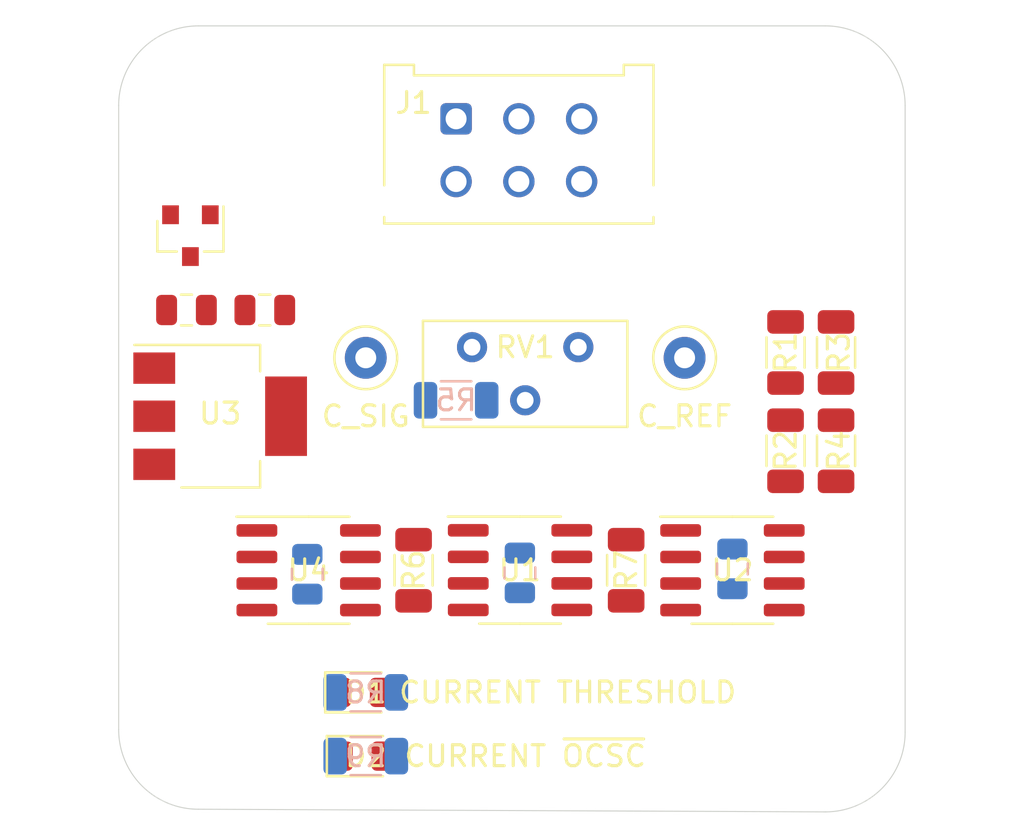
<source format=kicad_pcb>
(kicad_pcb (version 20171130) (host pcbnew "(5.1.6)-1")

  (general
    (thickness 1.6)
    (drawings 8)
    (tracks 0)
    (zones 0)
    (modules 29)
    (nets 16)
  )

  (page A4)
  (layers
    (0 F.Cu signal)
    (31 B.Cu signal)
    (32 B.Adhes user)
    (33 F.Adhes user)
    (34 B.Paste user)
    (35 F.Paste user)
    (36 B.SilkS user)
    (37 F.SilkS user)
    (38 B.Mask user)
    (39 F.Mask user)
    (40 Dwgs.User user)
    (41 Cmts.User user)
    (42 Eco1.User user)
    (43 Eco2.User user)
    (44 Edge.Cuts user)
    (45 Margin user)
    (46 B.CrtYd user)
    (47 F.CrtYd user)
    (48 B.Fab user)
    (49 F.Fab user)
  )

  (setup
    (last_trace_width 0.25)
    (trace_clearance 0.2)
    (zone_clearance 0.508)
    (zone_45_only no)
    (trace_min 0.2)
    (via_size 0.8)
    (via_drill 0.4)
    (via_min_size 0.4)
    (via_min_drill 0.3)
    (uvia_size 0.3)
    (uvia_drill 0.1)
    (uvias_allowed no)
    (uvia_min_size 0.2)
    (uvia_min_drill 0.1)
    (edge_width 0.05)
    (segment_width 0.2)
    (pcb_text_width 0.3)
    (pcb_text_size 1.5 1.5)
    (mod_edge_width 0.12)
    (mod_text_size 1 1)
    (mod_text_width 0.15)
    (pad_size 1.524 1.524)
    (pad_drill 0.762)
    (pad_to_mask_clearance 0.05)
    (aux_axis_origin 0 0)
    (visible_elements FFFFFF7F)
    (pcbplotparams
      (layerselection 0x010fc_ffffffff)
      (usegerberextensions false)
      (usegerberattributes true)
      (usegerberadvancedattributes true)
      (creategerberjobfile true)
      (excludeedgelayer true)
      (linewidth 0.100000)
      (plotframeref false)
      (viasonmask false)
      (mode 1)
      (useauxorigin false)
      (hpglpennumber 1)
      (hpglpenspeed 20)
      (hpglpendiameter 15.000000)
      (psnegative false)
      (psa4output false)
      (plotreference true)
      (plotvalue true)
      (plotinvisibletext false)
      (padsonsilk false)
      (subtractmaskfromsilk false)
      (outputformat 1)
      (mirror false)
      (drillshape 1)
      (scaleselection 1)
      (outputdirectory ""))
  )

  (net 0 "")
  (net 1 GND)
  (net 2 VCC)
  (net 3 "Net-(C2-Pad1)")
  (net 4 "Net-(D1-Pad1)")
  (net 5 /CURRENT_THRESHOLD)
  (net 6 /CURRENT_~OCSC)
  (net 7 "Net-(D2-Pad1)")
  (net 8 +12V)
  (net 9 /CURRENT_SENSE)
  (net 10 "Net-(J1-Pad6)")
  (net 11 /SC)
  (net 12 /OC)
  (net 13 "Net-(R6-Pad2)")
  (net 14 "Net-(R7-Pad1)")
  (net 15 "Net-(RV1-Pad2)")

  (net_class Default "This is the default net class."
    (clearance 0.2)
    (trace_width 0.25)
    (via_dia 0.8)
    (via_drill 0.4)
    (uvia_dia 0.3)
    (uvia_drill 0.1)
    (add_net +12V)
    (add_net /CURRENT_SENSE)
    (add_net /CURRENT_THRESHOLD)
    (add_net /CURRENT_~OCSC)
    (add_net /OC)
    (add_net /SC)
    (add_net GND)
    (add_net "Net-(C2-Pad1)")
    (add_net "Net-(D1-Pad1)")
    (add_net "Net-(D2-Pad1)")
    (add_net "Net-(J1-Pad6)")
    (add_net "Net-(R6-Pad2)")
    (add_net "Net-(R7-Pad1)")
    (add_net "Net-(RV1-Pad2)")
    (add_net VCC)
  )

  (module MountingHole:MountingHole_3.2mm_M3 locked (layer F.Cu) (tedit 56D1B4CB) (tstamp 60C4D063)
    (at 73.025 76.355)
    (descr "Mounting Hole 3.2mm, no annular, M3")
    (tags "mounting hole 3.2mm no annular m3")
    (attr virtual)
    (fp_text reference REF** (at 0 -4.2) (layer F.Fab)
      (effects (font (size 1 1) (thickness 0.15)))
    )
    (fp_text value MountingHole_3.2mm_M3 (at 0 4.2) (layer F.Fab)
      (effects (font (size 1 1) (thickness 0.15)))
    )
    (fp_text user %R (at 0.3 0) (layer F.Fab)
      (effects (font (size 1 1) (thickness 0.15)))
    )
    (fp_circle (center 0 0) (end 3.2 0) (layer Cmts.User) (width 0.15))
    (fp_circle (center 0 0) (end 3.45 0) (layer F.CrtYd) (width 0.05))
    (pad 1 np_thru_hole circle (at 0 0) (size 3.2 3.2) (drill 3.2) (layers *.Cu *.Mask))
  )

  (module MountingHole:MountingHole_3.2mm_M3 locked (layer F.Cu) (tedit 56D1B4CB) (tstamp 60C4D046)
    (at 103.025 76.355)
    (descr "Mounting Hole 3.2mm, no annular, M3")
    (tags "mounting hole 3.2mm no annular m3")
    (attr virtual)
    (fp_text reference REF** (at 0 -4.2) (layer F.Fab)
      (effects (font (size 1 1) (thickness 0.15)))
    )
    (fp_text value MountingHole_3.2mm_M3 (at 0 4.2) (layer F.Fab)
      (effects (font (size 1 1) (thickness 0.15)))
    )
    (fp_text user %R (at 0.3 0) (layer F.Fab)
      (effects (font (size 1 1) (thickness 0.15)))
    )
    (fp_circle (center 0 0) (end 3.2 0) (layer Cmts.User) (width 0.15))
    (fp_circle (center 0 0) (end 3.45 0) (layer F.CrtYd) (width 0.05))
    (pad 1 np_thru_hole circle (at 0 0) (size 3.2 3.2) (drill 3.2) (layers *.Cu *.Mask))
  )

  (module MountingHole:MountingHole_3.2mm_M3 locked (layer F.Cu) (tedit 56D1B4CB) (tstamp 60C4D029)
    (at 103.025 46.355)
    (descr "Mounting Hole 3.2mm, no annular, M3")
    (tags "mounting hole 3.2mm no annular m3")
    (attr virtual)
    (fp_text reference REF** (at 0 -4.2) (layer F.Fab)
      (effects (font (size 1 1) (thickness 0.15)))
    )
    (fp_text value MountingHole_3.2mm_M3 (at 0 4.2) (layer F.Fab)
      (effects (font (size 1 1) (thickness 0.15)))
    )
    (fp_text user %R (at 0.3 0) (layer F.Fab)
      (effects (font (size 1 1) (thickness 0.15)))
    )
    (fp_circle (center 0 0) (end 3.2 0) (layer Cmts.User) (width 0.15))
    (fp_circle (center 0 0) (end 3.45 0) (layer F.CrtYd) (width 0.05))
    (pad 1 np_thru_hole circle (at 0 0) (size 3.2 3.2) (drill 3.2) (layers *.Cu *.Mask))
  )

  (module MountingHole:MountingHole_3.2mm_M3 locked (layer F.Cu) (tedit 56D1B4CB) (tstamp 60C4D00C)
    (at 73.025 46.355)
    (descr "Mounting Hole 3.2mm, no annular, M3")
    (tags "mounting hole 3.2mm no annular m3")
    (attr virtual)
    (fp_text reference REF** (at 0 -4.2) (layer F.Fab)
      (effects (font (size 1 1) (thickness 0.15)))
    )
    (fp_text value MountingHole_3.2mm_M3 (at 0 4.2) (layer F.Fab)
      (effects (font (size 1 1) (thickness 0.15)))
    )
    (fp_text user %R (at 0.3 0) (layer F.Fab)
      (effects (font (size 1 1) (thickness 0.15)))
    )
    (fp_circle (center 0 0) (end 3.2 0) (layer Cmts.User) (width 0.15))
    (fp_circle (center 0 0) (end 3.45 0) (layer F.CrtYd) (width 0.05))
    (pad 1 np_thru_hole circle (at 0 0) (size 3.2 3.2) (drill 3.2) (layers *.Cu *.Mask))
  )

  (module Capacitor_SMD:C_0805_2012Metric (layer B.Cu) (tedit 5F68FEEE) (tstamp 60C4A77D)
    (at 88.392 68.707 270)
    (descr "Capacitor SMD 0805 (2012 Metric), square (rectangular) end terminal, IPC_7351 nominal, (Body size source: IPC-SM-782 page 76, https://www.pcb-3d.com/wordpress/wp-content/uploads/ipc-sm-782a_amendment_1_and_2.pdf, https://docs.google.com/spreadsheets/d/1BsfQQcO9C6DZCsRaXUlFlo91Tg2WpOkGARC1WS5S8t0/edit?usp=sharing), generated with kicad-footprint-generator")
    (tags capacitor)
    (path /60BFC3C0)
    (attr smd)
    (fp_text reference C1 (at 0 1.68 90) (layer B.Fab)
      (effects (font (size 1 1) (thickness 0.15)) (justify mirror))
    )
    (fp_text value 0.1u (at 0 -1.68 90) (layer B.Fab)
      (effects (font (size 1 1) (thickness 0.15)) (justify mirror))
    )
    (fp_text user %R (at 0 0 90) (layer B.Fab)
      (effects (font (size 0.5 0.5) (thickness 0.08)) (justify mirror))
    )
    (fp_line (start -1 -0.625) (end -1 0.625) (layer B.Fab) (width 0.1))
    (fp_line (start -1 0.625) (end 1 0.625) (layer B.Fab) (width 0.1))
    (fp_line (start 1 0.625) (end 1 -0.625) (layer B.Fab) (width 0.1))
    (fp_line (start 1 -0.625) (end -1 -0.625) (layer B.Fab) (width 0.1))
    (fp_line (start -0.261252 0.735) (end 0.261252 0.735) (layer B.SilkS) (width 0.12))
    (fp_line (start -0.261252 -0.735) (end 0.261252 -0.735) (layer B.SilkS) (width 0.12))
    (fp_line (start -1.7 -0.98) (end -1.7 0.98) (layer B.CrtYd) (width 0.05))
    (fp_line (start -1.7 0.98) (end 1.7 0.98) (layer B.CrtYd) (width 0.05))
    (fp_line (start 1.7 0.98) (end 1.7 -0.98) (layer B.CrtYd) (width 0.05))
    (fp_line (start 1.7 -0.98) (end -1.7 -0.98) (layer B.CrtYd) (width 0.05))
    (pad 2 smd roundrect (at 0.95 0 270) (size 1 1.45) (layers B.Cu B.Paste B.Mask) (roundrect_rratio 0.25)
      (net 1 GND))
    (pad 1 smd roundrect (at -0.95 0 270) (size 1 1.45) (layers B.Cu B.Paste B.Mask) (roundrect_rratio 0.25)
      (net 2 VCC))
    (model ${KISYS3DMOD}/Capacitor_SMD.3dshapes/C_0805_2012Metric.wrl
      (at (xyz 0 0 0))
      (scale (xyz 1 1 1))
      (rotate (xyz 0 0 0))
    )
  )

  (module Capacitor_SMD:C_0805_2012Metric (layer F.Cu) (tedit 5F68FEEE) (tstamp 60C4A78E)
    (at 72.456 56.134)
    (descr "Capacitor SMD 0805 (2012 Metric), square (rectangular) end terminal, IPC_7351 nominal, (Body size source: IPC-SM-782 page 76, https://www.pcb-3d.com/wordpress/wp-content/uploads/ipc-sm-782a_amendment_1_and_2.pdf, https://docs.google.com/spreadsheets/d/1BsfQQcO9C6DZCsRaXUlFlo91Tg2WpOkGARC1WS5S8t0/edit?usp=sharing), generated with kicad-footprint-generator")
    (tags capacitor)
    (path /60BF4130)
    (attr smd)
    (fp_text reference C2 (at -0.066 0) (layer F.Fab)
      (effects (font (size 1 1) (thickness 0.15)))
    )
    (fp_text value 10u (at 0 1.68) (layer F.Fab)
      (effects (font (size 1 1) (thickness 0.15)))
    )
    (fp_line (start 1.7 0.98) (end -1.7 0.98) (layer F.CrtYd) (width 0.05))
    (fp_line (start 1.7 -0.98) (end 1.7 0.98) (layer F.CrtYd) (width 0.05))
    (fp_line (start -1.7 -0.98) (end 1.7 -0.98) (layer F.CrtYd) (width 0.05))
    (fp_line (start -1.7 0.98) (end -1.7 -0.98) (layer F.CrtYd) (width 0.05))
    (fp_line (start -0.261252 0.735) (end 0.261252 0.735) (layer F.SilkS) (width 0.12))
    (fp_line (start -0.261252 -0.735) (end 0.261252 -0.735) (layer F.SilkS) (width 0.12))
    (fp_line (start 1 0.625) (end -1 0.625) (layer F.Fab) (width 0.1))
    (fp_line (start 1 -0.625) (end 1 0.625) (layer F.Fab) (width 0.1))
    (fp_line (start -1 -0.625) (end 1 -0.625) (layer F.Fab) (width 0.1))
    (fp_line (start -1 0.625) (end -1 -0.625) (layer F.Fab) (width 0.1))
    (fp_text user %R (at 0 0) (layer F.Fab)
      (effects (font (size 0.5 0.5) (thickness 0.08)))
    )
    (pad 1 smd roundrect (at -0.95 0) (size 1 1.45) (layers F.Cu F.Paste F.Mask) (roundrect_rratio 0.25)
      (net 3 "Net-(C2-Pad1)"))
    (pad 2 smd roundrect (at 0.95 0) (size 1 1.45) (layers F.Cu F.Paste F.Mask) (roundrect_rratio 0.25)
      (net 1 GND))
    (model ${KISYS3DMOD}/Capacitor_SMD.3dshapes/C_0805_2012Metric.wrl
      (at (xyz 0 0 0))
      (scale (xyz 1 1 1))
      (rotate (xyz 0 0 0))
    )
  )

  (module Capacitor_SMD:C_0805_2012Metric (layer B.Cu) (tedit 5F68FEEE) (tstamp 60C4A79F)
    (at 98.552 68.5165 270)
    (descr "Capacitor SMD 0805 (2012 Metric), square (rectangular) end terminal, IPC_7351 nominal, (Body size source: IPC-SM-782 page 76, https://www.pcb-3d.com/wordpress/wp-content/uploads/ipc-sm-782a_amendment_1_and_2.pdf, https://docs.google.com/spreadsheets/d/1BsfQQcO9C6DZCsRaXUlFlo91Tg2WpOkGARC1WS5S8t0/edit?usp=sharing), generated with kicad-footprint-generator")
    (tags capacitor)
    (path /60BFB52D)
    (attr smd)
    (fp_text reference C3 (at 0 1.68 90) (layer B.Fab)
      (effects (font (size 1 1) (thickness 0.15)) (justify mirror))
    )
    (fp_text value 0.1u (at 0 -1.68 90) (layer B.Fab)
      (effects (font (size 1 1) (thickness 0.15)) (justify mirror))
    )
    (fp_line (start 1.7 -0.98) (end -1.7 -0.98) (layer B.CrtYd) (width 0.05))
    (fp_line (start 1.7 0.98) (end 1.7 -0.98) (layer B.CrtYd) (width 0.05))
    (fp_line (start -1.7 0.98) (end 1.7 0.98) (layer B.CrtYd) (width 0.05))
    (fp_line (start -1.7 -0.98) (end -1.7 0.98) (layer B.CrtYd) (width 0.05))
    (fp_line (start -0.261252 -0.735) (end 0.261252 -0.735) (layer B.SilkS) (width 0.12))
    (fp_line (start -0.261252 0.735) (end 0.261252 0.735) (layer B.SilkS) (width 0.12))
    (fp_line (start 1 -0.625) (end -1 -0.625) (layer B.Fab) (width 0.1))
    (fp_line (start 1 0.625) (end 1 -0.625) (layer B.Fab) (width 0.1))
    (fp_line (start -1 0.625) (end 1 0.625) (layer B.Fab) (width 0.1))
    (fp_line (start -1 -0.625) (end -1 0.625) (layer B.Fab) (width 0.1))
    (fp_text user %R (at 0 0 90) (layer B.Fab)
      (effects (font (size 0.5 0.5) (thickness 0.08)) (justify mirror))
    )
    (pad 1 smd roundrect (at -0.95 0 270) (size 1 1.45) (layers B.Cu B.Paste B.Mask) (roundrect_rratio 0.25)
      (net 2 VCC))
    (pad 2 smd roundrect (at 0.95 0 270) (size 1 1.45) (layers B.Cu B.Paste B.Mask) (roundrect_rratio 0.25)
      (net 1 GND))
    (model ${KISYS3DMOD}/Capacitor_SMD.3dshapes/C_0805_2012Metric.wrl
      (at (xyz 0 0 0))
      (scale (xyz 1 1 1))
      (rotate (xyz 0 0 0))
    )
  )

  (module Capacitor_SMD:C_0805_2012Metric (layer F.Cu) (tedit 5F68FEEE) (tstamp 60C4A7B0)
    (at 76.2 56.134 180)
    (descr "Capacitor SMD 0805 (2012 Metric), square (rectangular) end terminal, IPC_7351 nominal, (Body size source: IPC-SM-782 page 76, https://www.pcb-3d.com/wordpress/wp-content/uploads/ipc-sm-782a_amendment_1_and_2.pdf, https://docs.google.com/spreadsheets/d/1BsfQQcO9C6DZCsRaXUlFlo91Tg2WpOkGARC1WS5S8t0/edit?usp=sharing), generated with kicad-footprint-generator")
    (tags capacitor)
    (path /60BF375E)
    (attr smd)
    (fp_text reference C4 (at 0 0) (layer F.Fab)
      (effects (font (size 1 1) (thickness 0.15)))
    )
    (fp_text value 10u (at 0 1.68) (layer F.Fab)
      (effects (font (size 1 1) (thickness 0.15)))
    )
    (fp_text user %R (at 0 0) (layer F.Fab)
      (effects (font (size 0.5 0.5) (thickness 0.08)))
    )
    (fp_line (start -1 0.625) (end -1 -0.625) (layer F.Fab) (width 0.1))
    (fp_line (start -1 -0.625) (end 1 -0.625) (layer F.Fab) (width 0.1))
    (fp_line (start 1 -0.625) (end 1 0.625) (layer F.Fab) (width 0.1))
    (fp_line (start 1 0.625) (end -1 0.625) (layer F.Fab) (width 0.1))
    (fp_line (start -0.261252 -0.735) (end 0.261252 -0.735) (layer F.SilkS) (width 0.12))
    (fp_line (start -0.261252 0.735) (end 0.261252 0.735) (layer F.SilkS) (width 0.12))
    (fp_line (start -1.7 0.98) (end -1.7 -0.98) (layer F.CrtYd) (width 0.05))
    (fp_line (start -1.7 -0.98) (end 1.7 -0.98) (layer F.CrtYd) (width 0.05))
    (fp_line (start 1.7 -0.98) (end 1.7 0.98) (layer F.CrtYd) (width 0.05))
    (fp_line (start 1.7 0.98) (end -1.7 0.98) (layer F.CrtYd) (width 0.05))
    (pad 2 smd roundrect (at 0.95 0 180) (size 1 1.45) (layers F.Cu F.Paste F.Mask) (roundrect_rratio 0.25)
      (net 1 GND))
    (pad 1 smd roundrect (at -0.95 0 180) (size 1 1.45) (layers F.Cu F.Paste F.Mask) (roundrect_rratio 0.25)
      (net 2 VCC))
    (model ${KISYS3DMOD}/Capacitor_SMD.3dshapes/C_0805_2012Metric.wrl
      (at (xyz 0 0 0))
      (scale (xyz 1 1 1))
      (rotate (xyz 0 0 0))
    )
  )

  (module Capacitor_SMD:C_0805_2012Metric (layer B.Cu) (tedit 5F68FEEE) (tstamp 60C4A7C1)
    (at 78.232 68.7705 270)
    (descr "Capacitor SMD 0805 (2012 Metric), square (rectangular) end terminal, IPC_7351 nominal, (Body size source: IPC-SM-782 page 76, https://www.pcb-3d.com/wordpress/wp-content/uploads/ipc-sm-782a_amendment_1_and_2.pdf, https://docs.google.com/spreadsheets/d/1BsfQQcO9C6DZCsRaXUlFlo91Tg2WpOkGARC1WS5S8t0/edit?usp=sharing), generated with kicad-footprint-generator")
    (tags capacitor)
    (path /60BFDEFA)
    (attr smd)
    (fp_text reference C5 (at 0 1.68 90) (layer B.Fab)
      (effects (font (size 1 1) (thickness 0.15)) (justify mirror))
    )
    (fp_text value 0.1u (at 0 -1.68 90) (layer B.Fab)
      (effects (font (size 1 1) (thickness 0.15)) (justify mirror))
    )
    (fp_line (start 1.7 -0.98) (end -1.7 -0.98) (layer B.CrtYd) (width 0.05))
    (fp_line (start 1.7 0.98) (end 1.7 -0.98) (layer B.CrtYd) (width 0.05))
    (fp_line (start -1.7 0.98) (end 1.7 0.98) (layer B.CrtYd) (width 0.05))
    (fp_line (start -1.7 -0.98) (end -1.7 0.98) (layer B.CrtYd) (width 0.05))
    (fp_line (start -0.261252 -0.735) (end 0.261252 -0.735) (layer B.SilkS) (width 0.12))
    (fp_line (start -0.261252 0.735) (end 0.261252 0.735) (layer B.SilkS) (width 0.12))
    (fp_line (start 1 -0.625) (end -1 -0.625) (layer B.Fab) (width 0.1))
    (fp_line (start 1 0.625) (end 1 -0.625) (layer B.Fab) (width 0.1))
    (fp_line (start -1 0.625) (end 1 0.625) (layer B.Fab) (width 0.1))
    (fp_line (start -1 -0.625) (end -1 0.625) (layer B.Fab) (width 0.1))
    (fp_text user %R (at 0 0 90) (layer B.Fab)
      (effects (font (size 0.5 0.5) (thickness 0.08)) (justify mirror))
    )
    (pad 1 smd roundrect (at -0.95 0 270) (size 1 1.45) (layers B.Cu B.Paste B.Mask) (roundrect_rratio 0.25)
      (net 2 VCC))
    (pad 2 smd roundrect (at 0.95 0 270) (size 1 1.45) (layers B.Cu B.Paste B.Mask) (roundrect_rratio 0.25)
      (net 1 GND))
    (model ${KISYS3DMOD}/Capacitor_SMD.3dshapes/C_0805_2012Metric.wrl
      (at (xyz 0 0 0))
      (scale (xyz 1 1 1))
      (rotate (xyz 0 0 0))
    )
  )

  (module LED_SMD:LED_0805_2012Metric (layer F.Cu) (tedit 5F68FEF1) (tstamp 60C4A7D4)
    (at 80.772 74.422)
    (descr "LED SMD 0805 (2012 Metric), square (rectangular) end terminal, IPC_7351 nominal, (Body size source: https://docs.google.com/spreadsheets/d/1BsfQQcO9C6DZCsRaXUlFlo91Tg2WpOkGARC1WS5S8t0/edit?usp=sharing), generated with kicad-footprint-generator")
    (tags LED)
    (path /60BF1ECE)
    (attr smd)
    (fp_text reference D1 (at 0.254 0) (layer F.SilkS)
      (effects (font (size 1 1) (thickness 0.15)))
    )
    (fp_text value "CURRENT THRESHOLD" (at 9.906 0) (layer F.SilkS)
      (effects (font (size 1 1) (thickness 0.15)))
    )
    (fp_line (start 1.68 0.95) (end -1.68 0.95) (layer F.CrtYd) (width 0.05))
    (fp_line (start 1.68 -0.95) (end 1.68 0.95) (layer F.CrtYd) (width 0.05))
    (fp_line (start -1.68 -0.95) (end 1.68 -0.95) (layer F.CrtYd) (width 0.05))
    (fp_line (start -1.68 0.95) (end -1.68 -0.95) (layer F.CrtYd) (width 0.05))
    (fp_line (start -1.685 0.96) (end 1 0.96) (layer F.SilkS) (width 0.12))
    (fp_line (start -1.685 -0.96) (end -1.685 0.96) (layer F.SilkS) (width 0.12))
    (fp_line (start 1 -0.96) (end -1.685 -0.96) (layer F.SilkS) (width 0.12))
    (fp_line (start 1 0.6) (end 1 -0.6) (layer F.Fab) (width 0.1))
    (fp_line (start -1 0.6) (end 1 0.6) (layer F.Fab) (width 0.1))
    (fp_line (start -1 -0.3) (end -1 0.6) (layer F.Fab) (width 0.1))
    (fp_line (start -0.7 -0.6) (end -1 -0.3) (layer F.Fab) (width 0.1))
    (fp_line (start 1 -0.6) (end -0.7 -0.6) (layer F.Fab) (width 0.1))
    (fp_text user %R (at 0 0) (layer F.Fab)
      (effects (font (size 0.5 0.5) (thickness 0.08)))
    )
    (pad 1 smd roundrect (at -0.9375 0) (size 0.975 1.4) (layers F.Cu F.Paste F.Mask) (roundrect_rratio 0.25)
      (net 4 "Net-(D1-Pad1)"))
    (pad 2 smd roundrect (at 0.9375 0) (size 0.975 1.4) (layers F.Cu F.Paste F.Mask) (roundrect_rratio 0.25)
      (net 5 /CURRENT_THRESHOLD))
    (model ${KISYS3DMOD}/LED_SMD.3dshapes/LED_0805_2012Metric.wrl
      (at (xyz 0 0 0))
      (scale (xyz 1 1 1))
      (rotate (xyz 0 0 0))
    )
  )

  (module LED_SMD:LED_0805_2012Metric (layer F.Cu) (tedit 5F68FEF1) (tstamp 60C4A7E7)
    (at 80.8505 77.47)
    (descr "LED SMD 0805 (2012 Metric), square (rectangular) end terminal, IPC_7351 nominal, (Body size source: https://docs.google.com/spreadsheets/d/1BsfQQcO9C6DZCsRaXUlFlo91Tg2WpOkGARC1WS5S8t0/edit?usp=sharing), generated with kicad-footprint-generator")
    (tags LED)
    (path /60BF3219)
    (attr smd)
    (fp_text reference D2 (at 0.1755 0) (layer F.SilkS)
      (effects (font (size 1 1) (thickness 0.15)))
    )
    (fp_text value "CURRENT ~OCSC" (at 7.7955 0) (layer F.SilkS)
      (effects (font (size 1 1) (thickness 0.15)))
    )
    (fp_text user %R (at 0 0) (layer F.Fab)
      (effects (font (size 0.5 0.5) (thickness 0.08)))
    )
    (fp_line (start 1 -0.6) (end -0.7 -0.6) (layer F.Fab) (width 0.1))
    (fp_line (start -0.7 -0.6) (end -1 -0.3) (layer F.Fab) (width 0.1))
    (fp_line (start -1 -0.3) (end -1 0.6) (layer F.Fab) (width 0.1))
    (fp_line (start -1 0.6) (end 1 0.6) (layer F.Fab) (width 0.1))
    (fp_line (start 1 0.6) (end 1 -0.6) (layer F.Fab) (width 0.1))
    (fp_line (start 1 -0.96) (end -1.685 -0.96) (layer F.SilkS) (width 0.12))
    (fp_line (start -1.685 -0.96) (end -1.685 0.96) (layer F.SilkS) (width 0.12))
    (fp_line (start -1.685 0.96) (end 1 0.96) (layer F.SilkS) (width 0.12))
    (fp_line (start -1.68 0.95) (end -1.68 -0.95) (layer F.CrtYd) (width 0.05))
    (fp_line (start -1.68 -0.95) (end 1.68 -0.95) (layer F.CrtYd) (width 0.05))
    (fp_line (start 1.68 -0.95) (end 1.68 0.95) (layer F.CrtYd) (width 0.05))
    (fp_line (start 1.68 0.95) (end -1.68 0.95) (layer F.CrtYd) (width 0.05))
    (pad 2 smd roundrect (at 0.9375 0) (size 0.975 1.4) (layers F.Cu F.Paste F.Mask) (roundrect_rratio 0.25)
      (net 6 /CURRENT_~OCSC))
    (pad 1 smd roundrect (at -0.9375 0) (size 0.975 1.4) (layers F.Cu F.Paste F.Mask) (roundrect_rratio 0.25)
      (net 7 "Net-(D2-Pad1)"))
    (model ${KISYS3DMOD}/LED_SMD.3dshapes/LED_0805_2012Metric.wrl
      (at (xyz 0 0 0))
      (scale (xyz 1 1 1))
      (rotate (xyz 0 0 0))
    )
  )

  (module Connector_Molex:Molex_Micro-Fit_3.0_43045-0612_2x03_P3.00mm_Vertical (layer F.Cu) (tedit 5B78138F) (tstamp 60C4A811)
    (at 85.344 46.99)
    (descr "Molex Micro-Fit 3.0 Connector System, 43045-0612 (compatible alternatives: 43045-0613, 43045-0624), 3 Pins per row (http://www.molex.com/pdm_docs/sd/430450212_sd.pdf), generated with kicad-footprint-generator")
    (tags "connector Molex Micro-Fit_3.0 side entry")
    (path /60C08026)
    (fp_text reference J1 (at -2.032 -0.762) (layer F.SilkS)
      (effects (font (size 1 1) (thickness 0.15)))
    )
    (fp_text value Conn_01x06_Female (at 3 7.5) (layer F.Fab)
      (effects (font (size 1 1) (thickness 0.15)))
    )
    (fp_line (start -3.82 6.8) (end -3.82 -2.97) (layer F.CrtYd) (width 0.05))
    (fp_line (start 9.82 6.8) (end -3.82 6.8) (layer F.CrtYd) (width 0.05))
    (fp_line (start 9.82 -2.97) (end 9.82 6.8) (layer F.CrtYd) (width 0.05))
    (fp_line (start -3.82 -2.97) (end 9.82 -2.97) (layer F.CrtYd) (width 0.05))
    (fp_line (start 9.435 -2.58) (end 9.435 3.18) (layer F.SilkS) (width 0.12))
    (fp_line (start 8.015 -2.58) (end 9.435 -2.58) (layer F.SilkS) (width 0.12))
    (fp_line (start 8.015 -2.08) (end 8.015 -2.58) (layer F.SilkS) (width 0.12))
    (fp_line (start -2.015 -2.08) (end 8.015 -2.08) (layer F.SilkS) (width 0.12))
    (fp_line (start -2.015 -2.58) (end -2.015 -2.08) (layer F.SilkS) (width 0.12))
    (fp_line (start -3.435 -2.58) (end -2.015 -2.58) (layer F.SilkS) (width 0.12))
    (fp_line (start -3.435 3.18) (end -3.435 -2.58) (layer F.SilkS) (width 0.12))
    (fp_line (start 9.435 5.01) (end 9.435 4.7) (layer F.SilkS) (width 0.12))
    (fp_line (start -3.435 5.01) (end 9.435 5.01) (layer F.SilkS) (width 0.12))
    (fp_line (start -3.435 4.7) (end -3.435 5.01) (layer F.SilkS) (width 0.12))
    (fp_line (start 0 -1.262893) (end 0.5 -1.97) (layer F.Fab) (width 0.1))
    (fp_line (start -0.5 -1.97) (end 0 -1.262893) (layer F.Fab) (width 0.1))
    (fp_line (start 3.7 6.3) (end 3.7 4.9) (layer F.Fab) (width 0.1))
    (fp_line (start 2.3 6.3) (end 3.7 6.3) (layer F.Fab) (width 0.1))
    (fp_line (start 2.3 4.9) (end 2.3 6.3) (layer F.Fab) (width 0.1))
    (fp_line (start 9.325 -1.34) (end 8.125 -1.97) (layer F.Fab) (width 0.1))
    (fp_line (start -3.325 -1.34) (end -2.125 -1.97) (layer F.Fab) (width 0.1))
    (fp_line (start 8.125 -1.97) (end -2.125 -1.97) (layer F.Fab) (width 0.1))
    (fp_line (start 8.125 -2.47) (end 8.125 -1.97) (layer F.Fab) (width 0.1))
    (fp_line (start 9.325 -2.47) (end 8.125 -2.47) (layer F.Fab) (width 0.1))
    (fp_line (start 9.325 4.9) (end 9.325 -2.47) (layer F.Fab) (width 0.1))
    (fp_line (start -3.325 4.9) (end 9.325 4.9) (layer F.Fab) (width 0.1))
    (fp_line (start -3.325 -2.47) (end -3.325 4.9) (layer F.Fab) (width 0.1))
    (fp_line (start -2.125 -2.47) (end -3.325 -2.47) (layer F.Fab) (width 0.1))
    (fp_line (start -2.125 -1.97) (end -2.125 -2.47) (layer F.Fab) (width 0.1))
    (fp_text user %R (at 3 4.2) (layer F.Fab)
      (effects (font (size 1 1) (thickness 0.15)))
    )
    (pad "" np_thru_hole circle (at -3 3.94) (size 1 1) (drill 1) (layers *.Cu *.Mask))
    (pad "" np_thru_hole circle (at 9 3.94) (size 1 1) (drill 1) (layers *.Cu *.Mask))
    (pad 1 thru_hole roundrect (at 0 0) (size 1.5 1.5) (drill 1) (layers *.Cu *.Mask) (roundrect_rratio 0.166667)
      (net 8 +12V))
    (pad 2 thru_hole circle (at 3 0) (size 1.5 1.5) (drill 1) (layers *.Cu *.Mask)
      (net 1 GND))
    (pad 3 thru_hole circle (at 6 0) (size 1.5 1.5) (drill 1) (layers *.Cu *.Mask)
      (net 5 /CURRENT_THRESHOLD))
    (pad 4 thru_hole circle (at 0 3) (size 1.5 1.5) (drill 1) (layers *.Cu *.Mask)
      (net 6 /CURRENT_~OCSC))
    (pad 5 thru_hole circle (at 3 3) (size 1.5 1.5) (drill 1) (layers *.Cu *.Mask)
      (net 9 /CURRENT_SENSE))
    (pad 6 thru_hole circle (at 6 3) (size 1.5 1.5) (drill 1) (layers *.Cu *.Mask)
      (net 10 "Net-(J1-Pad6)"))
    (model ${KISYS3DMOD}/Connector_Molex.3dshapes/Molex_Micro-Fit_3.0_43045-0612_2x03_P3.00mm_Vertical.wrl
      (at (xyz 0 0 0))
      (scale (xyz 1 1 1))
      (rotate (xyz 0 0 0))
    )
  )

  (module Package_TO_SOT_SMD:SOT-23 (layer F.Cu) (tedit 5A02FF57) (tstamp 60C4A826)
    (at 72.644 52.578 270)
    (descr "SOT-23, Standard")
    (tags SOT-23)
    (path /60BF14A7)
    (attr smd)
    (fp_text reference Q1 (at 0 -2.5 90) (layer F.Fab)
      (effects (font (size 1 1) (thickness 0.15)))
    )
    (fp_text value Q_PMOS_DGS (at 0 2.5 90) (layer F.Fab)
      (effects (font (size 1 1) (thickness 0.15)))
    )
    (fp_line (start 0.76 1.58) (end -0.7 1.58) (layer F.SilkS) (width 0.12))
    (fp_line (start 0.76 -1.58) (end -1.4 -1.58) (layer F.SilkS) (width 0.12))
    (fp_line (start -1.7 1.75) (end -1.7 -1.75) (layer F.CrtYd) (width 0.05))
    (fp_line (start 1.7 1.75) (end -1.7 1.75) (layer F.CrtYd) (width 0.05))
    (fp_line (start 1.7 -1.75) (end 1.7 1.75) (layer F.CrtYd) (width 0.05))
    (fp_line (start -1.7 -1.75) (end 1.7 -1.75) (layer F.CrtYd) (width 0.05))
    (fp_line (start 0.76 -1.58) (end 0.76 -0.65) (layer F.SilkS) (width 0.12))
    (fp_line (start 0.76 1.58) (end 0.76 0.65) (layer F.SilkS) (width 0.12))
    (fp_line (start -0.7 1.52) (end 0.7 1.52) (layer F.Fab) (width 0.1))
    (fp_line (start 0.7 -1.52) (end 0.7 1.52) (layer F.Fab) (width 0.1))
    (fp_line (start -0.7 -0.95) (end -0.15 -1.52) (layer F.Fab) (width 0.1))
    (fp_line (start -0.15 -1.52) (end 0.7 -1.52) (layer F.Fab) (width 0.1))
    (fp_line (start -0.7 -0.95) (end -0.7 1.5) (layer F.Fab) (width 0.1))
    (fp_text user %R (at 0 0) (layer F.Fab)
      (effects (font (size 0.5 0.5) (thickness 0.075)))
    )
    (pad 1 smd rect (at -1 -0.95 270) (size 0.9 0.8) (layers F.Cu F.Paste F.Mask)
      (net 8 +12V))
    (pad 2 smd rect (at -1 0.95 270) (size 0.9 0.8) (layers F.Cu F.Paste F.Mask)
      (net 1 GND))
    (pad 3 smd rect (at 1 0 270) (size 0.9 0.8) (layers F.Cu F.Paste F.Mask)
      (net 3 "Net-(C2-Pad1)"))
    (model ${KISYS3DMOD}/Package_TO_SOT_SMD.3dshapes/SOT-23.wrl
      (at (xyz 0 0 0))
      (scale (xyz 1 1 1))
      (rotate (xyz 0 0 0))
    )
  )

  (module Resistor_SMD:R_1206_3216Metric (layer F.Cu) (tedit 5F68FEEE) (tstamp 60C4A837)
    (at 101.092 58.166 90)
    (descr "Resistor SMD 1206 (3216 Metric), square (rectangular) end terminal, IPC_7351 nominal, (Body size source: IPC-SM-782 page 72, https://www.pcb-3d.com/wordpress/wp-content/uploads/ipc-sm-782a_amendment_1_and_2.pdf), generated with kicad-footprint-generator")
    (tags resistor)
    (path /60BF7047)
    (attr smd)
    (fp_text reference R1 (at 0 0 90) (layer F.SilkS)
      (effects (font (size 1 1) (thickness 0.15)))
    )
    (fp_text value 10k (at 0 1.82 90) (layer F.Fab)
      (effects (font (size 1 1) (thickness 0.15)))
    )
    (fp_line (start 2.28 1.12) (end -2.28 1.12) (layer F.CrtYd) (width 0.05))
    (fp_line (start 2.28 -1.12) (end 2.28 1.12) (layer F.CrtYd) (width 0.05))
    (fp_line (start -2.28 -1.12) (end 2.28 -1.12) (layer F.CrtYd) (width 0.05))
    (fp_line (start -2.28 1.12) (end -2.28 -1.12) (layer F.CrtYd) (width 0.05))
    (fp_line (start -0.727064 0.91) (end 0.727064 0.91) (layer F.SilkS) (width 0.12))
    (fp_line (start -0.727064 -0.91) (end 0.727064 -0.91) (layer F.SilkS) (width 0.12))
    (fp_line (start 1.6 0.8) (end -1.6 0.8) (layer F.Fab) (width 0.1))
    (fp_line (start 1.6 -0.8) (end 1.6 0.8) (layer F.Fab) (width 0.1))
    (fp_line (start -1.6 -0.8) (end 1.6 -0.8) (layer F.Fab) (width 0.1))
    (fp_line (start -1.6 0.8) (end -1.6 -0.8) (layer F.Fab) (width 0.1))
    (fp_text user %R (at 0 0 90) (layer F.Fab)
      (effects (font (size 0.8 0.8) (thickness 0.12)))
    )
    (pad 1 smd roundrect (at -1.4625 0 90) (size 1.125 1.75) (layers F.Cu F.Paste F.Mask) (roundrect_rratio 0.222222)
      (net 11 /SC))
    (pad 2 smd roundrect (at 1.4625 0 90) (size 1.125 1.75) (layers F.Cu F.Paste F.Mask) (roundrect_rratio 0.222222)
      (net 2 VCC))
    (model ${KISYS3DMOD}/Resistor_SMD.3dshapes/R_1206_3216Metric.wrl
      (at (xyz 0 0 0))
      (scale (xyz 1 1 1))
      (rotate (xyz 0 0 0))
    )
  )

  (module Resistor_SMD:R_1206_3216Metric (layer F.Cu) (tedit 5F68FEEE) (tstamp 60C4A848)
    (at 101.092 62.865 270)
    (descr "Resistor SMD 1206 (3216 Metric), square (rectangular) end terminal, IPC_7351 nominal, (Body size source: IPC-SM-782 page 72, https://www.pcb-3d.com/wordpress/wp-content/uploads/ipc-sm-782a_amendment_1_and_2.pdf), generated with kicad-footprint-generator")
    (tags resistor)
    (path /60BF728F)
    (attr smd)
    (fp_text reference R2 (at 0 0 90) (layer F.SilkS)
      (effects (font (size 1 1) (thickness 0.15)))
    )
    (fp_text value 100k (at 0 1.82 90) (layer F.Fab)
      (effects (font (size 1 1) (thickness 0.15)))
    )
    (fp_text user %R (at 0 0 90) (layer F.Fab)
      (effects (font (size 0.8 0.8) (thickness 0.12)))
    )
    (fp_line (start -1.6 0.8) (end -1.6 -0.8) (layer F.Fab) (width 0.1))
    (fp_line (start -1.6 -0.8) (end 1.6 -0.8) (layer F.Fab) (width 0.1))
    (fp_line (start 1.6 -0.8) (end 1.6 0.8) (layer F.Fab) (width 0.1))
    (fp_line (start 1.6 0.8) (end -1.6 0.8) (layer F.Fab) (width 0.1))
    (fp_line (start -0.727064 -0.91) (end 0.727064 -0.91) (layer F.SilkS) (width 0.12))
    (fp_line (start -0.727064 0.91) (end 0.727064 0.91) (layer F.SilkS) (width 0.12))
    (fp_line (start -2.28 1.12) (end -2.28 -1.12) (layer F.CrtYd) (width 0.05))
    (fp_line (start -2.28 -1.12) (end 2.28 -1.12) (layer F.CrtYd) (width 0.05))
    (fp_line (start 2.28 -1.12) (end 2.28 1.12) (layer F.CrtYd) (width 0.05))
    (fp_line (start 2.28 1.12) (end -2.28 1.12) (layer F.CrtYd) (width 0.05))
    (pad 2 smd roundrect (at 1.4625 0 270) (size 1.125 1.75) (layers F.Cu F.Paste F.Mask) (roundrect_rratio 0.222222)
      (net 1 GND))
    (pad 1 smd roundrect (at -1.4625 0 270) (size 1.125 1.75) (layers F.Cu F.Paste F.Mask) (roundrect_rratio 0.222222)
      (net 11 /SC))
    (model ${KISYS3DMOD}/Resistor_SMD.3dshapes/R_1206_3216Metric.wrl
      (at (xyz 0 0 0))
      (scale (xyz 1 1 1))
      (rotate (xyz 0 0 0))
    )
  )

  (module Resistor_SMD:R_1206_3216Metric (layer F.Cu) (tedit 5F68FEEE) (tstamp 60C4A859)
    (at 103.505 58.166 270)
    (descr "Resistor SMD 1206 (3216 Metric), square (rectangular) end terminal, IPC_7351 nominal, (Body size source: IPC-SM-782 page 72, https://www.pcb-3d.com/wordpress/wp-content/uploads/ipc-sm-782a_amendment_1_and_2.pdf), generated with kicad-footprint-generator")
    (tags resistor)
    (path /60BFA322)
    (attr smd)
    (fp_text reference R3 (at 0 -0.127 90) (layer F.SilkS)
      (effects (font (size 1 1) (thickness 0.15)))
    )
    (fp_text value 100K (at 0 1.82 90) (layer F.Fab)
      (effects (font (size 1 1) (thickness 0.15)))
    )
    (fp_line (start 2.28 1.12) (end -2.28 1.12) (layer F.CrtYd) (width 0.05))
    (fp_line (start 2.28 -1.12) (end 2.28 1.12) (layer F.CrtYd) (width 0.05))
    (fp_line (start -2.28 -1.12) (end 2.28 -1.12) (layer F.CrtYd) (width 0.05))
    (fp_line (start -2.28 1.12) (end -2.28 -1.12) (layer F.CrtYd) (width 0.05))
    (fp_line (start -0.727064 0.91) (end 0.727064 0.91) (layer F.SilkS) (width 0.12))
    (fp_line (start -0.727064 -0.91) (end 0.727064 -0.91) (layer F.SilkS) (width 0.12))
    (fp_line (start 1.6 0.8) (end -1.6 0.8) (layer F.Fab) (width 0.1))
    (fp_line (start 1.6 -0.8) (end 1.6 0.8) (layer F.Fab) (width 0.1))
    (fp_line (start -1.6 -0.8) (end 1.6 -0.8) (layer F.Fab) (width 0.1))
    (fp_line (start -1.6 0.8) (end -1.6 -0.8) (layer F.Fab) (width 0.1))
    (fp_text user %R (at 0 0 90) (layer F.Fab)
      (effects (font (size 0.8 0.8) (thickness 0.12)))
    )
    (pad 1 smd roundrect (at -1.4625 0 270) (size 1.125 1.75) (layers F.Cu F.Paste F.Mask) (roundrect_rratio 0.222222)
      (net 2 VCC))
    (pad 2 smd roundrect (at 1.4625 0 270) (size 1.125 1.75) (layers F.Cu F.Paste F.Mask) (roundrect_rratio 0.222222)
      (net 12 /OC))
    (model ${KISYS3DMOD}/Resistor_SMD.3dshapes/R_1206_3216Metric.wrl
      (at (xyz 0 0 0))
      (scale (xyz 1 1 1))
      (rotate (xyz 0 0 0))
    )
  )

  (module Resistor_SMD:R_1206_3216Metric (layer F.Cu) (tedit 5F68FEEE) (tstamp 60C4A86A)
    (at 103.505 62.865 270)
    (descr "Resistor SMD 1206 (3216 Metric), square (rectangular) end terminal, IPC_7351 nominal, (Body size source: IPC-SM-782 page 72, https://www.pcb-3d.com/wordpress/wp-content/uploads/ipc-sm-782a_amendment_1_and_2.pdf), generated with kicad-footprint-generator")
    (tags resistor)
    (path /60BFA328)
    (attr smd)
    (fp_text reference R4 (at 0 -0.127 90) (layer F.SilkS)
      (effects (font (size 1 1) (thickness 0.15)))
    )
    (fp_text value 10K (at 0 1.82 90) (layer F.Fab)
      (effects (font (size 1 1) (thickness 0.15)))
    )
    (fp_text user %R (at 0 0 90) (layer F.Fab)
      (effects (font (size 0.8 0.8) (thickness 0.12)))
    )
    (fp_line (start -1.6 0.8) (end -1.6 -0.8) (layer F.Fab) (width 0.1))
    (fp_line (start -1.6 -0.8) (end 1.6 -0.8) (layer F.Fab) (width 0.1))
    (fp_line (start 1.6 -0.8) (end 1.6 0.8) (layer F.Fab) (width 0.1))
    (fp_line (start 1.6 0.8) (end -1.6 0.8) (layer F.Fab) (width 0.1))
    (fp_line (start -0.727064 -0.91) (end 0.727064 -0.91) (layer F.SilkS) (width 0.12))
    (fp_line (start -0.727064 0.91) (end 0.727064 0.91) (layer F.SilkS) (width 0.12))
    (fp_line (start -2.28 1.12) (end -2.28 -1.12) (layer F.CrtYd) (width 0.05))
    (fp_line (start -2.28 -1.12) (end 2.28 -1.12) (layer F.CrtYd) (width 0.05))
    (fp_line (start 2.28 -1.12) (end 2.28 1.12) (layer F.CrtYd) (width 0.05))
    (fp_line (start 2.28 1.12) (end -2.28 1.12) (layer F.CrtYd) (width 0.05))
    (pad 2 smd roundrect (at 1.4625 0 270) (size 1.125 1.75) (layers F.Cu F.Paste F.Mask) (roundrect_rratio 0.222222)
      (net 1 GND))
    (pad 1 smd roundrect (at -1.4625 0 270) (size 1.125 1.75) (layers F.Cu F.Paste F.Mask) (roundrect_rratio 0.222222)
      (net 12 /OC))
    (model ${KISYS3DMOD}/Resistor_SMD.3dshapes/R_1206_3216Metric.wrl
      (at (xyz 0 0 0))
      (scale (xyz 1 1 1))
      (rotate (xyz 0 0 0))
    )
  )

  (module Resistor_SMD:R_1206_3216Metric (layer B.Cu) (tedit 5F68FEEE) (tstamp 60C4A87B)
    (at 85.344 60.452)
    (descr "Resistor SMD 1206 (3216 Metric), square (rectangular) end terminal, IPC_7351 nominal, (Body size source: IPC-SM-782 page 72, https://www.pcb-3d.com/wordpress/wp-content/uploads/ipc-sm-782a_amendment_1_and_2.pdf), generated with kicad-footprint-generator")
    (tags resistor)
    (path /60C02D18)
    (attr smd)
    (fp_text reference R5 (at 0 0) (layer B.SilkS)
      (effects (font (size 1 1) (thickness 0.15)) (justify mirror))
    )
    (fp_text value 10K (at 0 -1.82) (layer B.Fab)
      (effects (font (size 1 1) (thickness 0.15)) (justify mirror))
    )
    (fp_line (start 2.28 -1.12) (end -2.28 -1.12) (layer B.CrtYd) (width 0.05))
    (fp_line (start 2.28 1.12) (end 2.28 -1.12) (layer B.CrtYd) (width 0.05))
    (fp_line (start -2.28 1.12) (end 2.28 1.12) (layer B.CrtYd) (width 0.05))
    (fp_line (start -2.28 -1.12) (end -2.28 1.12) (layer B.CrtYd) (width 0.05))
    (fp_line (start -0.727064 -0.91) (end 0.727064 -0.91) (layer B.SilkS) (width 0.12))
    (fp_line (start -0.727064 0.91) (end 0.727064 0.91) (layer B.SilkS) (width 0.12))
    (fp_line (start 1.6 -0.8) (end -1.6 -0.8) (layer B.Fab) (width 0.1))
    (fp_line (start 1.6 0.8) (end 1.6 -0.8) (layer B.Fab) (width 0.1))
    (fp_line (start -1.6 0.8) (end 1.6 0.8) (layer B.Fab) (width 0.1))
    (fp_line (start -1.6 -0.8) (end -1.6 0.8) (layer B.Fab) (width 0.1))
    (fp_text user %R (at 0 0) (layer B.Fab)
      (effects (font (size 0.8 0.8) (thickness 0.12)) (justify mirror))
    )
    (pad 1 smd roundrect (at -1.4625 0) (size 1.125 1.75) (layers B.Cu B.Paste B.Mask) (roundrect_rratio 0.222222)
      (net 9 /CURRENT_SENSE))
    (pad 2 smd roundrect (at 1.4625 0) (size 1.125 1.75) (layers B.Cu B.Paste B.Mask) (roundrect_rratio 0.222222)
      (net 1 GND))
    (model ${KISYS3DMOD}/Resistor_SMD.3dshapes/R_1206_3216Metric.wrl
      (at (xyz 0 0 0))
      (scale (xyz 1 1 1))
      (rotate (xyz 0 0 0))
    )
  )

  (module Resistor_SMD:R_1206_3216Metric (layer F.Cu) (tedit 5F68FEEE) (tstamp 60C4A88C)
    (at 83.312 68.58 270)
    (descr "Resistor SMD 1206 (3216 Metric), square (rectangular) end terminal, IPC_7351 nominal, (Body size source: IPC-SM-782 page 72, https://www.pcb-3d.com/wordpress/wp-content/uploads/ipc-sm-782a_amendment_1_and_2.pdf), generated with kicad-footprint-generator")
    (tags resistor)
    (path /60C06DFE)
    (attr smd)
    (fp_text reference R6 (at 0 0 90) (layer F.SilkS)
      (effects (font (size 1 1) (thickness 0.15)))
    )
    (fp_text value 10K (at 0 1.82 90) (layer F.Fab)
      (effects (font (size 1 1) (thickness 0.15)))
    )
    (fp_line (start 2.28 1.12) (end -2.28 1.12) (layer F.CrtYd) (width 0.05))
    (fp_line (start 2.28 -1.12) (end 2.28 1.12) (layer F.CrtYd) (width 0.05))
    (fp_line (start -2.28 -1.12) (end 2.28 -1.12) (layer F.CrtYd) (width 0.05))
    (fp_line (start -2.28 1.12) (end -2.28 -1.12) (layer F.CrtYd) (width 0.05))
    (fp_line (start -0.727064 0.91) (end 0.727064 0.91) (layer F.SilkS) (width 0.12))
    (fp_line (start -0.727064 -0.91) (end 0.727064 -0.91) (layer F.SilkS) (width 0.12))
    (fp_line (start 1.6 0.8) (end -1.6 0.8) (layer F.Fab) (width 0.1))
    (fp_line (start 1.6 -0.8) (end 1.6 0.8) (layer F.Fab) (width 0.1))
    (fp_line (start -1.6 -0.8) (end 1.6 -0.8) (layer F.Fab) (width 0.1))
    (fp_line (start -1.6 0.8) (end -1.6 -0.8) (layer F.Fab) (width 0.1))
    (fp_text user %R (at 0 0 90) (layer F.Fab)
      (effects (font (size 0.8 0.8) (thickness 0.12)))
    )
    (pad 1 smd roundrect (at -1.4625 0 270) (size 1.125 1.75) (layers F.Cu F.Paste F.Mask) (roundrect_rratio 0.222222)
      (net 2 VCC))
    (pad 2 smd roundrect (at 1.4625 0 270) (size 1.125 1.75) (layers F.Cu F.Paste F.Mask) (roundrect_rratio 0.222222)
      (net 13 "Net-(R6-Pad2)"))
    (model ${KISYS3DMOD}/Resistor_SMD.3dshapes/R_1206_3216Metric.wrl
      (at (xyz 0 0 0))
      (scale (xyz 1 1 1))
      (rotate (xyz 0 0 0))
    )
  )

  (module Resistor_SMD:R_1206_3216Metric (layer F.Cu) (tedit 5F68FEEE) (tstamp 60C4A89D)
    (at 93.472 68.58 90)
    (descr "Resistor SMD 1206 (3216 Metric), square (rectangular) end terminal, IPC_7351 nominal, (Body size source: IPC-SM-782 page 72, https://www.pcb-3d.com/wordpress/wp-content/uploads/ipc-sm-782a_amendment_1_and_2.pdf), generated with kicad-footprint-generator")
    (tags resistor)
    (path /60C041D7)
    (attr smd)
    (fp_text reference R7 (at 0 0 90) (layer F.SilkS)
      (effects (font (size 1 1) (thickness 0.15)))
    )
    (fp_text value 10K (at 0 1.82 90) (layer F.Fab)
      (effects (font (size 1 1) (thickness 0.15)))
    )
    (fp_text user %R (at 0 0 90) (layer F.Fab)
      (effects (font (size 0.8 0.8) (thickness 0.12)))
    )
    (fp_line (start -1.6 0.8) (end -1.6 -0.8) (layer F.Fab) (width 0.1))
    (fp_line (start -1.6 -0.8) (end 1.6 -0.8) (layer F.Fab) (width 0.1))
    (fp_line (start 1.6 -0.8) (end 1.6 0.8) (layer F.Fab) (width 0.1))
    (fp_line (start 1.6 0.8) (end -1.6 0.8) (layer F.Fab) (width 0.1))
    (fp_line (start -0.727064 -0.91) (end 0.727064 -0.91) (layer F.SilkS) (width 0.12))
    (fp_line (start -0.727064 0.91) (end 0.727064 0.91) (layer F.SilkS) (width 0.12))
    (fp_line (start -2.28 1.12) (end -2.28 -1.12) (layer F.CrtYd) (width 0.05))
    (fp_line (start -2.28 -1.12) (end 2.28 -1.12) (layer F.CrtYd) (width 0.05))
    (fp_line (start 2.28 -1.12) (end 2.28 1.12) (layer F.CrtYd) (width 0.05))
    (fp_line (start 2.28 1.12) (end -2.28 1.12) (layer F.CrtYd) (width 0.05))
    (pad 2 smd roundrect (at 1.4625 0 90) (size 1.125 1.75) (layers F.Cu F.Paste F.Mask) (roundrect_rratio 0.222222)
      (net 2 VCC))
    (pad 1 smd roundrect (at -1.4625 0 90) (size 1.125 1.75) (layers F.Cu F.Paste F.Mask) (roundrect_rratio 0.222222)
      (net 14 "Net-(R7-Pad1)"))
    (model ${KISYS3DMOD}/Resistor_SMD.3dshapes/R_1206_3216Metric.wrl
      (at (xyz 0 0 0))
      (scale (xyz 1 1 1))
      (rotate (xyz 0 0 0))
    )
  )

  (module Resistor_SMD:R_1206_3216Metric (layer B.Cu) (tedit 5F68FEEE) (tstamp 60C4A8AE)
    (at 81.026 74.422)
    (descr "Resistor SMD 1206 (3216 Metric), square (rectangular) end terminal, IPC_7351 nominal, (Body size source: IPC-SM-782 page 72, https://www.pcb-3d.com/wordpress/wp-content/uploads/ipc-sm-782a_amendment_1_and_2.pdf), generated with kicad-footprint-generator")
    (tags resistor)
    (path /60BF3A75)
    (attr smd)
    (fp_text reference R8 (at 0 0) (layer B.SilkS)
      (effects (font (size 1 1) (thickness 0.15)) (justify mirror))
    )
    (fp_text value R (at 0 -1.82) (layer B.Fab)
      (effects (font (size 1 1) (thickness 0.15)) (justify mirror))
    )
    (fp_text user %R (at 0 0) (layer B.Fab)
      (effects (font (size 0.8 0.8) (thickness 0.12)) (justify mirror))
    )
    (fp_line (start -1.6 -0.8) (end -1.6 0.8) (layer B.Fab) (width 0.1))
    (fp_line (start -1.6 0.8) (end 1.6 0.8) (layer B.Fab) (width 0.1))
    (fp_line (start 1.6 0.8) (end 1.6 -0.8) (layer B.Fab) (width 0.1))
    (fp_line (start 1.6 -0.8) (end -1.6 -0.8) (layer B.Fab) (width 0.1))
    (fp_line (start -0.727064 0.91) (end 0.727064 0.91) (layer B.SilkS) (width 0.12))
    (fp_line (start -0.727064 -0.91) (end 0.727064 -0.91) (layer B.SilkS) (width 0.12))
    (fp_line (start -2.28 -1.12) (end -2.28 1.12) (layer B.CrtYd) (width 0.05))
    (fp_line (start -2.28 1.12) (end 2.28 1.12) (layer B.CrtYd) (width 0.05))
    (fp_line (start 2.28 1.12) (end 2.28 -1.12) (layer B.CrtYd) (width 0.05))
    (fp_line (start 2.28 -1.12) (end -2.28 -1.12) (layer B.CrtYd) (width 0.05))
    (pad 2 smd roundrect (at 1.4625 0) (size 1.125 1.75) (layers B.Cu B.Paste B.Mask) (roundrect_rratio 0.222222)
      (net 1 GND))
    (pad 1 smd roundrect (at -1.4625 0) (size 1.125 1.75) (layers B.Cu B.Paste B.Mask) (roundrect_rratio 0.222222)
      (net 4 "Net-(D1-Pad1)"))
    (model ${KISYS3DMOD}/Resistor_SMD.3dshapes/R_1206_3216Metric.wrl
      (at (xyz 0 0 0))
      (scale (xyz 1 1 1))
      (rotate (xyz 0 0 0))
    )
  )

  (module Resistor_SMD:R_1206_3216Metric (layer B.Cu) (tedit 5F68FEEE) (tstamp 60C4A8BF)
    (at 81.026 77.47)
    (descr "Resistor SMD 1206 (3216 Metric), square (rectangular) end terminal, IPC_7351 nominal, (Body size source: IPC-SM-782 page 72, https://www.pcb-3d.com/wordpress/wp-content/uploads/ipc-sm-782a_amendment_1_and_2.pdf), generated with kicad-footprint-generator")
    (tags resistor)
    (path /60BF66DB)
    (attr smd)
    (fp_text reference R9 (at 0 0) (layer B.SilkS)
      (effects (font (size 1 1) (thickness 0.15)) (justify mirror))
    )
    (fp_text value R (at 0 -1.82) (layer B.Fab)
      (effects (font (size 1 1) (thickness 0.15)) (justify mirror))
    )
    (fp_line (start 2.28 -1.12) (end -2.28 -1.12) (layer B.CrtYd) (width 0.05))
    (fp_line (start 2.28 1.12) (end 2.28 -1.12) (layer B.CrtYd) (width 0.05))
    (fp_line (start -2.28 1.12) (end 2.28 1.12) (layer B.CrtYd) (width 0.05))
    (fp_line (start -2.28 -1.12) (end -2.28 1.12) (layer B.CrtYd) (width 0.05))
    (fp_line (start -0.727064 -0.91) (end 0.727064 -0.91) (layer B.SilkS) (width 0.12))
    (fp_line (start -0.727064 0.91) (end 0.727064 0.91) (layer B.SilkS) (width 0.12))
    (fp_line (start 1.6 -0.8) (end -1.6 -0.8) (layer B.Fab) (width 0.1))
    (fp_line (start 1.6 0.8) (end 1.6 -0.8) (layer B.Fab) (width 0.1))
    (fp_line (start -1.6 0.8) (end 1.6 0.8) (layer B.Fab) (width 0.1))
    (fp_line (start -1.6 -0.8) (end -1.6 0.8) (layer B.Fab) (width 0.1))
    (fp_text user %R (at 0 0) (layer B.Fab)
      (effects (font (size 0.8 0.8) (thickness 0.12)) (justify mirror))
    )
    (pad 1 smd roundrect (at -1.4625 0) (size 1.125 1.75) (layers B.Cu B.Paste B.Mask) (roundrect_rratio 0.222222)
      (net 7 "Net-(D2-Pad1)"))
    (pad 2 smd roundrect (at 1.4625 0) (size 1.125 1.75) (layers B.Cu B.Paste B.Mask) (roundrect_rratio 0.222222)
      (net 1 GND))
    (model ${KISYS3DMOD}/Resistor_SMD.3dshapes/R_1206_3216Metric.wrl
      (at (xyz 0 0 0))
      (scale (xyz 1 1 1))
      (rotate (xyz 0 0 0))
    )
  )

  (module Potentiometer_THT:Potentiometer_Bourns_3296Y_Vertical (layer F.Cu) (tedit 5A3D4994) (tstamp 60C4A8D6)
    (at 91.186 57.912)
    (descr "Potentiometer, vertical, Bourns 3296Y, https://www.bourns.com/pdfs/3296.pdf")
    (tags "Potentiometer vertical Bourns 3296Y")
    (path /60C0194C)
    (fp_text reference RV1 (at -2.54 0) (layer F.SilkS)
      (effects (font (size 1 1) (thickness 0.15)))
    )
    (fp_text value R_Potentiometer (at -2.54 4.94) (layer F.Fab)
      (effects (font (size 1 1) (thickness 0.15)))
    )
    (fp_line (start 2.5 -1.4) (end -7.6 -1.4) (layer F.CrtYd) (width 0.05))
    (fp_line (start 2.5 3.95) (end 2.5 -1.4) (layer F.CrtYd) (width 0.05))
    (fp_line (start -7.6 3.95) (end 2.5 3.95) (layer F.CrtYd) (width 0.05))
    (fp_line (start -7.6 -1.4) (end -7.6 3.95) (layer F.CrtYd) (width 0.05))
    (fp_line (start 2.345 -1.26) (end 2.345 3.81) (layer F.SilkS) (width 0.12))
    (fp_line (start -7.425 -1.26) (end -7.425 3.81) (layer F.SilkS) (width 0.12))
    (fp_line (start -7.425 3.81) (end 2.345 3.81) (layer F.SilkS) (width 0.12))
    (fp_line (start -7.425 -1.26) (end 2.345 -1.26) (layer F.SilkS) (width 0.12))
    (fp_line (start 0.955 3.505) (end 0.956 1.336) (layer F.Fab) (width 0.1))
    (fp_line (start 0.955 3.505) (end 0.956 1.336) (layer F.Fab) (width 0.1))
    (fp_line (start 2.225 -1.14) (end -7.305 -1.14) (layer F.Fab) (width 0.1))
    (fp_line (start 2.225 3.69) (end 2.225 -1.14) (layer F.Fab) (width 0.1))
    (fp_line (start -7.305 3.69) (end 2.225 3.69) (layer F.Fab) (width 0.1))
    (fp_line (start -7.305 -1.14) (end -7.305 3.69) (layer F.Fab) (width 0.1))
    (fp_circle (center 0.955 2.42) (end 2.05 2.42) (layer F.Fab) (width 0.1))
    (fp_text user %R (at -3.175 1.275) (layer F.Fab)
      (effects (font (size 1 1) (thickness 0.15)))
    )
    (pad 1 thru_hole circle (at 0 0) (size 1.44 1.44) (drill 0.8) (layers *.Cu *.Mask)
      (net 2 VCC))
    (pad 2 thru_hole circle (at -2.54 2.54) (size 1.44 1.44) (drill 0.8) (layers *.Cu *.Mask)
      (net 15 "Net-(RV1-Pad2)"))
    (pad 3 thru_hole circle (at -5.08 0) (size 1.44 1.44) (drill 0.8) (layers *.Cu *.Mask)
      (net 1 GND))
    (model ${KISYS3DMOD}/Potentiometer_THT.3dshapes/Potentiometer_Bourns_3296Y_Vertical.wrl
      (at (xyz 0 0 0))
      (scale (xyz 1 1 1))
      (rotate (xyz 0 0 0))
    )
  )

  (module Package_SO:SOIC-8_3.9x4.9mm_P1.27mm (layer F.Cu) (tedit 5D9F72B1) (tstamp 60C4A900)
    (at 88.399501 68.574501)
    (descr "SOIC, 8 Pin (JEDEC MS-012AA, https://www.analog.com/media/en/package-pcb-resources/package/pkg_pdf/soic_narrow-r/r_8.pdf), generated with kicad-footprint-generator ipc_gullwing_generator.py")
    (tags "SOIC SO")
    (path /60BFB395)
    (attr smd)
    (fp_text reference U1 (at -0.007501 0.005499) (layer F.SilkS)
      (effects (font (size 1 1) (thickness 0.15)))
    )
    (fp_text value LM393 (at 0 3.4) (layer F.Fab)
      (effects (font (size 1 1) (thickness 0.15)))
    )
    (fp_text user %R (at 0 0) (layer F.Fab)
      (effects (font (size 0.98 0.98) (thickness 0.15)))
    )
    (fp_line (start 0 2.56) (end 1.95 2.56) (layer F.SilkS) (width 0.12))
    (fp_line (start 0 2.56) (end -1.95 2.56) (layer F.SilkS) (width 0.12))
    (fp_line (start 0 -2.56) (end 1.95 -2.56) (layer F.SilkS) (width 0.12))
    (fp_line (start 0 -2.56) (end -3.45 -2.56) (layer F.SilkS) (width 0.12))
    (fp_line (start -0.975 -2.45) (end 1.95 -2.45) (layer F.Fab) (width 0.1))
    (fp_line (start 1.95 -2.45) (end 1.95 2.45) (layer F.Fab) (width 0.1))
    (fp_line (start 1.95 2.45) (end -1.95 2.45) (layer F.Fab) (width 0.1))
    (fp_line (start -1.95 2.45) (end -1.95 -1.475) (layer F.Fab) (width 0.1))
    (fp_line (start -1.95 -1.475) (end -0.975 -2.45) (layer F.Fab) (width 0.1))
    (fp_line (start -3.7 -2.7) (end -3.7 2.7) (layer F.CrtYd) (width 0.05))
    (fp_line (start -3.7 2.7) (end 3.7 2.7) (layer F.CrtYd) (width 0.05))
    (fp_line (start 3.7 2.7) (end 3.7 -2.7) (layer F.CrtYd) (width 0.05))
    (fp_line (start 3.7 -2.7) (end -3.7 -2.7) (layer F.CrtYd) (width 0.05))
    (pad 8 smd roundrect (at 2.475 -1.905) (size 1.95 0.6) (layers F.Cu F.Paste F.Mask) (roundrect_rratio 0.25)
      (net 2 VCC))
    (pad 7 smd roundrect (at 2.475 -0.635) (size 1.95 0.6) (layers F.Cu F.Paste F.Mask) (roundrect_rratio 0.25)
      (net 14 "Net-(R7-Pad1)"))
    (pad 6 smd roundrect (at 2.475 0.635) (size 1.95 0.6) (layers F.Cu F.Paste F.Mask) (roundrect_rratio 0.25)
      (net 12 /OC))
    (pad 5 smd roundrect (at 2.475 1.905) (size 1.95 0.6) (layers F.Cu F.Paste F.Mask) (roundrect_rratio 0.25)
      (net 9 /CURRENT_SENSE))
    (pad 4 smd roundrect (at -2.475 1.905) (size 1.95 0.6) (layers F.Cu F.Paste F.Mask) (roundrect_rratio 0.25)
      (net 1 GND))
    (pad 3 smd roundrect (at -2.475 0.635) (size 1.95 0.6) (layers F.Cu F.Paste F.Mask) (roundrect_rratio 0.25)
      (net 15 "Net-(RV1-Pad2)"))
    (pad 2 smd roundrect (at -2.475 -0.635) (size 1.95 0.6) (layers F.Cu F.Paste F.Mask) (roundrect_rratio 0.25)
      (net 9 /CURRENT_SENSE))
    (pad 1 smd roundrect (at -2.475 -1.905) (size 1.95 0.6) (layers F.Cu F.Paste F.Mask) (roundrect_rratio 0.25)
      (net 13 "Net-(R6-Pad2)"))
    (model ${KISYS3DMOD}/Package_SO.3dshapes/SOIC-8_3.9x4.9mm_P1.27mm.wrl
      (at (xyz 0 0 0))
      (scale (xyz 1 1 1))
      (rotate (xyz 0 0 0))
    )
  )

  (module Package_SO:SOIC-8_3.9x4.9mm_P1.27mm (layer F.Cu) (tedit 5D9F72B1) (tstamp 60C4A91A)
    (at 98.552 68.58)
    (descr "SOIC, 8 Pin (JEDEC MS-012AA, https://www.analog.com/media/en/package-pcb-resources/package/pkg_pdf/soic_narrow-r/r_8.pdf), generated with kicad-footprint-generator ipc_gullwing_generator.py")
    (tags "SOIC SO")
    (path /60BFC008)
    (attr smd)
    (fp_text reference U2 (at 0 0) (layer F.SilkS)
      (effects (font (size 1 1) (thickness 0.15)))
    )
    (fp_text value LM393 (at 0 3.4) (layer F.Fab)
      (effects (font (size 1 1) (thickness 0.15)))
    )
    (fp_line (start 3.7 -2.7) (end -3.7 -2.7) (layer F.CrtYd) (width 0.05))
    (fp_line (start 3.7 2.7) (end 3.7 -2.7) (layer F.CrtYd) (width 0.05))
    (fp_line (start -3.7 2.7) (end 3.7 2.7) (layer F.CrtYd) (width 0.05))
    (fp_line (start -3.7 -2.7) (end -3.7 2.7) (layer F.CrtYd) (width 0.05))
    (fp_line (start -1.95 -1.475) (end -0.975 -2.45) (layer F.Fab) (width 0.1))
    (fp_line (start -1.95 2.45) (end -1.95 -1.475) (layer F.Fab) (width 0.1))
    (fp_line (start 1.95 2.45) (end -1.95 2.45) (layer F.Fab) (width 0.1))
    (fp_line (start 1.95 -2.45) (end 1.95 2.45) (layer F.Fab) (width 0.1))
    (fp_line (start -0.975 -2.45) (end 1.95 -2.45) (layer F.Fab) (width 0.1))
    (fp_line (start 0 -2.56) (end -3.45 -2.56) (layer F.SilkS) (width 0.12))
    (fp_line (start 0 -2.56) (end 1.95 -2.56) (layer F.SilkS) (width 0.12))
    (fp_line (start 0 2.56) (end -1.95 2.56) (layer F.SilkS) (width 0.12))
    (fp_line (start 0 2.56) (end 1.95 2.56) (layer F.SilkS) (width 0.12))
    (fp_text user %R (at 0 0) (layer F.Fab)
      (effects (font (size 0.98 0.98) (thickness 0.15)))
    )
    (pad 1 smd roundrect (at -2.475 -1.905) (size 1.95 0.6) (layers F.Cu F.Paste F.Mask) (roundrect_rratio 0.25)
      (net 14 "Net-(R7-Pad1)"))
    (pad 2 smd roundrect (at -2.475 -0.635) (size 1.95 0.6) (layers F.Cu F.Paste F.Mask) (roundrect_rratio 0.25)
      (net 9 /CURRENT_SENSE))
    (pad 3 smd roundrect (at -2.475 0.635) (size 1.95 0.6) (layers F.Cu F.Paste F.Mask) (roundrect_rratio 0.25)
      (net 11 /SC))
    (pad 4 smd roundrect (at -2.475 1.905) (size 1.95 0.6) (layers F.Cu F.Paste F.Mask) (roundrect_rratio 0.25)
      (net 1 GND))
    (pad 5 smd roundrect (at 2.475 1.905) (size 1.95 0.6) (layers F.Cu F.Paste F.Mask) (roundrect_rratio 0.25))
    (pad 6 smd roundrect (at 2.475 0.635) (size 1.95 0.6) (layers F.Cu F.Paste F.Mask) (roundrect_rratio 0.25))
    (pad 7 smd roundrect (at 2.475 -0.635) (size 1.95 0.6) (layers F.Cu F.Paste F.Mask) (roundrect_rratio 0.25))
    (pad 8 smd roundrect (at 2.475 -1.905) (size 1.95 0.6) (layers F.Cu F.Paste F.Mask) (roundrect_rratio 0.25)
      (net 2 VCC))
    (model ${KISYS3DMOD}/Package_SO.3dshapes/SOIC-8_3.9x4.9mm_P1.27mm.wrl
      (at (xyz 0 0 0))
      (scale (xyz 1 1 1))
      (rotate (xyz 0 0 0))
    )
  )

  (module Package_TO_SOT_SMD:SOT-223-3_TabPin2 (layer F.Cu) (tedit 5A02FF57) (tstamp 60C4A930)
    (at 74.066 61.214)
    (descr "module CMS SOT223 4 pins")
    (tags "CMS SOT")
    (path /60BF2C09)
    (attr smd)
    (fp_text reference U3 (at 0 -0.132501) (layer F.SilkS)
      (effects (font (size 1 1) (thickness 0.15)))
    )
    (fp_text value LM1117-5.0 (at 0 4.5) (layer F.Fab)
      (effects (font (size 1 1) (thickness 0.15)))
    )
    (fp_line (start 1.85 -3.35) (end 1.85 3.35) (layer F.Fab) (width 0.1))
    (fp_line (start -1.85 3.35) (end 1.85 3.35) (layer F.Fab) (width 0.1))
    (fp_line (start -4.1 -3.41) (end 1.91 -3.41) (layer F.SilkS) (width 0.12))
    (fp_line (start -0.85 -3.35) (end 1.85 -3.35) (layer F.Fab) (width 0.1))
    (fp_line (start -1.85 3.41) (end 1.91 3.41) (layer F.SilkS) (width 0.12))
    (fp_line (start -1.85 -2.35) (end -1.85 3.35) (layer F.Fab) (width 0.1))
    (fp_line (start -1.85 -2.35) (end -0.85 -3.35) (layer F.Fab) (width 0.1))
    (fp_line (start -4.4 -3.6) (end -4.4 3.6) (layer F.CrtYd) (width 0.05))
    (fp_line (start -4.4 3.6) (end 4.4 3.6) (layer F.CrtYd) (width 0.05))
    (fp_line (start 4.4 3.6) (end 4.4 -3.6) (layer F.CrtYd) (width 0.05))
    (fp_line (start 4.4 -3.6) (end -4.4 -3.6) (layer F.CrtYd) (width 0.05))
    (fp_line (start 1.91 -3.41) (end 1.91 -2.15) (layer F.SilkS) (width 0.12))
    (fp_line (start 1.91 3.41) (end 1.91 2.15) (layer F.SilkS) (width 0.12))
    (fp_text user %R (at 0 0 90) (layer F.Fab)
      (effects (font (size 0.8 0.8) (thickness 0.12)))
    )
    (pad 2 smd rect (at 3.15 0) (size 2 3.8) (layers F.Cu F.Paste F.Mask)
      (net 2 VCC))
    (pad 2 smd rect (at -3.15 0) (size 2 1.5) (layers F.Cu F.Paste F.Mask)
      (net 2 VCC))
    (pad 3 smd rect (at -3.15 2.3) (size 2 1.5) (layers F.Cu F.Paste F.Mask)
      (net 3 "Net-(C2-Pad1)"))
    (pad 1 smd rect (at -3.15 -2.3) (size 2 1.5) (layers F.Cu F.Paste F.Mask)
      (net 1 GND))
    (model ${KISYS3DMOD}/Package_TO_SOT_SMD.3dshapes/SOT-223.wrl
      (at (xyz 0 0 0))
      (scale (xyz 1 1 1))
      (rotate (xyz 0 0 0))
    )
  )

  (module Package_SO:SOIC-8_3.9x4.9mm_P1.27mm (layer F.Cu) (tedit 5D9F72B1) (tstamp 60C4A94A)
    (at 78.297 68.58)
    (descr "SOIC, 8 Pin (JEDEC MS-012AA, https://www.analog.com/media/en/package-pcb-resources/package/pkg_pdf/soic_narrow-r/r_8.pdf), generated with kicad-footprint-generator ipc_gullwing_generator.py")
    (tags "SOIC SO")
    (path /60C0E1A4)
    (attr smd)
    (fp_text reference U4 (at 0 0) (layer F.SilkS)
      (effects (font (size 1 1) (thickness 0.15)))
    )
    (fp_text value MCP6002-xSN (at 0 3.4) (layer F.Fab)
      (effects (font (size 1 1) (thickness 0.15)))
    )
    (fp_line (start 3.7 -2.7) (end -3.7 -2.7) (layer F.CrtYd) (width 0.05))
    (fp_line (start 3.7 2.7) (end 3.7 -2.7) (layer F.CrtYd) (width 0.05))
    (fp_line (start -3.7 2.7) (end 3.7 2.7) (layer F.CrtYd) (width 0.05))
    (fp_line (start -3.7 -2.7) (end -3.7 2.7) (layer F.CrtYd) (width 0.05))
    (fp_line (start -1.95 -1.475) (end -0.975 -2.45) (layer F.Fab) (width 0.1))
    (fp_line (start -1.95 2.45) (end -1.95 -1.475) (layer F.Fab) (width 0.1))
    (fp_line (start 1.95 2.45) (end -1.95 2.45) (layer F.Fab) (width 0.1))
    (fp_line (start 1.95 -2.45) (end 1.95 2.45) (layer F.Fab) (width 0.1))
    (fp_line (start -0.975 -2.45) (end 1.95 -2.45) (layer F.Fab) (width 0.1))
    (fp_line (start 0 -2.56) (end -3.45 -2.56) (layer F.SilkS) (width 0.12))
    (fp_line (start 0 -2.56) (end 1.95 -2.56) (layer F.SilkS) (width 0.12))
    (fp_line (start 0 2.56) (end -1.95 2.56) (layer F.SilkS) (width 0.12))
    (fp_line (start 0 2.56) (end 1.95 2.56) (layer F.SilkS) (width 0.12))
    (fp_text user %R (at 0 0) (layer F.Fab)
      (effects (font (size 0.98 0.98) (thickness 0.15)))
    )
    (pad 1 smd roundrect (at -2.475 -1.905) (size 1.95 0.6) (layers F.Cu F.Paste F.Mask) (roundrect_rratio 0.25)
      (net 5 /CURRENT_THRESHOLD))
    (pad 2 smd roundrect (at -2.475 -0.635) (size 1.95 0.6) (layers F.Cu F.Paste F.Mask) (roundrect_rratio 0.25)
      (net 5 /CURRENT_THRESHOLD))
    (pad 3 smd roundrect (at -2.475 0.635) (size 1.95 0.6) (layers F.Cu F.Paste F.Mask) (roundrect_rratio 0.25)
      (net 13 "Net-(R6-Pad2)"))
    (pad 4 smd roundrect (at -2.475 1.905) (size 1.95 0.6) (layers F.Cu F.Paste F.Mask) (roundrect_rratio 0.25)
      (net 1 GND))
    (pad 5 smd roundrect (at 2.475 1.905) (size 1.95 0.6) (layers F.Cu F.Paste F.Mask) (roundrect_rratio 0.25)
      (net 14 "Net-(R7-Pad1)"))
    (pad 6 smd roundrect (at 2.475 0.635) (size 1.95 0.6) (layers F.Cu F.Paste F.Mask) (roundrect_rratio 0.25)
      (net 6 /CURRENT_~OCSC))
    (pad 7 smd roundrect (at 2.475 -0.635) (size 1.95 0.6) (layers F.Cu F.Paste F.Mask) (roundrect_rratio 0.25)
      (net 6 /CURRENT_~OCSC))
    (pad 8 smd roundrect (at 2.475 -1.905) (size 1.95 0.6) (layers F.Cu F.Paste F.Mask) (roundrect_rratio 0.25)
      (net 2 VCC))
    (model ${KISYS3DMOD}/Package_SO.3dshapes/SOIC-8_3.9x4.9mm_P1.27mm.wrl
      (at (xyz 0 0 0))
      (scale (xyz 1 1 1))
      (rotate (xyz 0 0 0))
    )
  )

  (module TestPoint:TestPoint_Loop_D1.80mm_Drill1.0mm_Beaded (layer F.Cu) (tedit 5A0F774F) (tstamp 60C4ADFC)
    (at 96.266 58.42)
    (descr "wire loop with bead as test point, loop diameter 1.8mm, hole diameter 1.0mm")
    (tags "test point wire loop bead")
    (path /60C0A13B)
    (fp_text reference TP1 (at 0.762 2.54) (layer F.Fab)
      (effects (font (size 1 1) (thickness 0.15)))
    )
    (fp_text value C_REF (at 0 2.794) (layer F.SilkS)
      (effects (font (size 1 1) (thickness 0.15)))
    )
    (fp_text user %R (at 0.7 2.5) (layer F.Fab)
      (effects (font (size 1 1) (thickness 0.15)))
    )
    (fp_circle (center 0 0) (end 1.8 0) (layer F.CrtYd) (width 0.05))
    (fp_circle (center 0 0) (end 1.5 0) (layer F.SilkS) (width 0.12))
    (fp_line (start -0.9 -0.2) (end 0.9 -0.2) (layer F.Fab) (width 0.12))
    (fp_line (start 0.9 -0.2) (end 0.9 0.2) (layer F.Fab) (width 0.12))
    (fp_line (start 0.9 0.2) (end -0.9 0.2) (layer F.Fab) (width 0.12))
    (fp_line (start -0.9 0.2) (end -0.9 -0.2) (layer F.Fab) (width 0.12))
    (fp_circle (center 0 0) (end 1.3 0) (layer F.Fab) (width 0.12))
    (pad 1 thru_hole circle (at 0 0) (size 2 2) (drill 1) (layers *.Cu *.Mask)
      (net 15 "Net-(RV1-Pad2)"))
    (model ${KISYS3DMOD}/TestPoint.3dshapes/TestPoint_Loop_D1.80mm_Drill1.0mm_Beaded.wrl
      (at (xyz 0 0 0))
      (scale (xyz 1 1 1))
      (rotate (xyz 0 0 0))
    )
  )

  (module TestPoint:TestPoint_Loop_D1.80mm_Drill1.0mm_Beaded (layer F.Cu) (tedit 5A0F774F) (tstamp 60C4AE08)
    (at 81.026 58.42)
    (descr "wire loop with bead as test point, loop diameter 1.8mm, hole diameter 1.0mm")
    (tags "test point wire loop bead")
    (path /60C0AA60)
    (fp_text reference TP2 (at 0.762 2.54) (layer F.Fab)
      (effects (font (size 1 1) (thickness 0.15)))
    )
    (fp_text value C_SIG (at 0 2.794) (layer F.SilkS)
      (effects (font (size 1 1) (thickness 0.15)))
    )
    (fp_circle (center 0 0) (end 1.3 0) (layer F.Fab) (width 0.12))
    (fp_line (start -0.9 0.2) (end -0.9 -0.2) (layer F.Fab) (width 0.12))
    (fp_line (start 0.9 0.2) (end -0.9 0.2) (layer F.Fab) (width 0.12))
    (fp_line (start 0.9 -0.2) (end 0.9 0.2) (layer F.Fab) (width 0.12))
    (fp_line (start -0.9 -0.2) (end 0.9 -0.2) (layer F.Fab) (width 0.12))
    (fp_circle (center 0 0) (end 1.5 0) (layer F.SilkS) (width 0.12))
    (fp_circle (center 0 0) (end 1.8 0) (layer F.CrtYd) (width 0.05))
    (fp_text user %R (at 0.7 2.5) (layer F.Fab)
      (effects (font (size 1 1) (thickness 0.15)))
    )
    (pad 1 thru_hole circle (at 0 0) (size 2 2) (drill 1) (layers *.Cu *.Mask)
      (net 9 /CURRENT_SENSE))
    (model ${KISYS3DMOD}/TestPoint.3dshapes/TestPoint_Loop_D1.80mm_Drill1.0mm_Beaded.wrl
      (at (xyz 0 0 0))
      (scale (xyz 1 1 1))
      (rotate (xyz 0 0 0))
    )
  )

  (gr_line (start 73.025 80.01) (end 102.997 80.137) (layer Edge.Cuts) (width 0.05) (tstamp 60C4D1D8))
  (gr_line (start 69.215 46.355) (end 69.215 76.2) (layer Edge.Cuts) (width 0.05) (tstamp 60C4D1D7))
  (gr_line (start 102.997 42.545) (end 73.025 42.545) (layer Edge.Cuts) (width 0.05) (tstamp 60C4D1D6))
  (gr_line (start 106.807 76.327) (end 106.807 46.355) (layer Edge.Cuts) (width 0.05) (tstamp 60C4D1D5))
  (gr_arc (start 102.997 76.327) (end 102.997 80.137) (angle -90) (layer Edge.Cuts) (width 0.05))
  (gr_arc (start 102.997 46.355) (end 106.807 46.355) (angle -90) (layer Edge.Cuts) (width 0.05))
  (gr_arc (start 73.025 76.2) (end 69.215 76.2) (angle -90) (layer Edge.Cuts) (width 0.05))
  (gr_arc (start 73.025 46.355) (end 73.025 42.545) (angle -90) (layer Edge.Cuts) (width 0.05))

)

</source>
